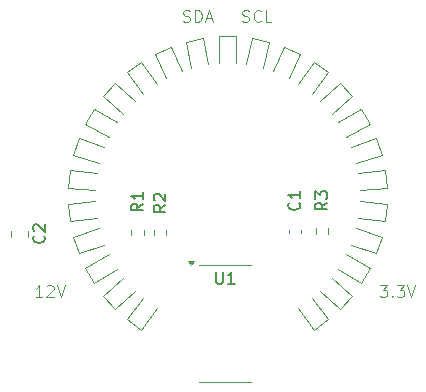
<source format=gbr>
%TF.GenerationSoftware,KiCad,Pcbnew,8.0.7*%
%TF.CreationDate,2025-01-17T16:07:08+00:00*%
%TF.ProjectId,Spectralist_LEDs,53706563-7472-4616-9c69-73745f4c4544,rev?*%
%TF.SameCoordinates,Original*%
%TF.FileFunction,Legend,Top*%
%TF.FilePolarity,Positive*%
%FSLAX46Y46*%
G04 Gerber Fmt 4.6, Leading zero omitted, Abs format (unit mm)*
G04 Created by KiCad (PCBNEW 8.0.7) date 2025-01-17 16:07:08*
%MOMM*%
%LPD*%
G01*
G04 APERTURE LIST*
%ADD10C,0.100000*%
%ADD11C,0.150000*%
%ADD12C,0.120000*%
G04 APERTURE END LIST*
D10*
X126256265Y-87224800D02*
X126399122Y-87272419D01*
X126399122Y-87272419D02*
X126637217Y-87272419D01*
X126637217Y-87272419D02*
X126732455Y-87224800D01*
X126732455Y-87224800D02*
X126780074Y-87177180D01*
X126780074Y-87177180D02*
X126827693Y-87081942D01*
X126827693Y-87081942D02*
X126827693Y-86986704D01*
X126827693Y-86986704D02*
X126780074Y-86891466D01*
X126780074Y-86891466D02*
X126732455Y-86843847D01*
X126732455Y-86843847D02*
X126637217Y-86796228D01*
X126637217Y-86796228D02*
X126446741Y-86748609D01*
X126446741Y-86748609D02*
X126351503Y-86700990D01*
X126351503Y-86700990D02*
X126303884Y-86653371D01*
X126303884Y-86653371D02*
X126256265Y-86558133D01*
X126256265Y-86558133D02*
X126256265Y-86462895D01*
X126256265Y-86462895D02*
X126303884Y-86367657D01*
X126303884Y-86367657D02*
X126351503Y-86320038D01*
X126351503Y-86320038D02*
X126446741Y-86272419D01*
X126446741Y-86272419D02*
X126684836Y-86272419D01*
X126684836Y-86272419D02*
X126827693Y-86320038D01*
X127256265Y-87272419D02*
X127256265Y-86272419D01*
X127256265Y-86272419D02*
X127494360Y-86272419D01*
X127494360Y-86272419D02*
X127637217Y-86320038D01*
X127637217Y-86320038D02*
X127732455Y-86415276D01*
X127732455Y-86415276D02*
X127780074Y-86510514D01*
X127780074Y-86510514D02*
X127827693Y-86700990D01*
X127827693Y-86700990D02*
X127827693Y-86843847D01*
X127827693Y-86843847D02*
X127780074Y-87034323D01*
X127780074Y-87034323D02*
X127732455Y-87129561D01*
X127732455Y-87129561D02*
X127637217Y-87224800D01*
X127637217Y-87224800D02*
X127494360Y-87272419D01*
X127494360Y-87272419D02*
X127256265Y-87272419D01*
X128208646Y-86986704D02*
X128684836Y-86986704D01*
X128113408Y-87272419D02*
X128446741Y-86272419D01*
X128446741Y-86272419D02*
X128780074Y-87272419D01*
X142908646Y-109572419D02*
X143527693Y-109572419D01*
X143527693Y-109572419D02*
X143194360Y-109953371D01*
X143194360Y-109953371D02*
X143337217Y-109953371D01*
X143337217Y-109953371D02*
X143432455Y-110000990D01*
X143432455Y-110000990D02*
X143480074Y-110048609D01*
X143480074Y-110048609D02*
X143527693Y-110143847D01*
X143527693Y-110143847D02*
X143527693Y-110381942D01*
X143527693Y-110381942D02*
X143480074Y-110477180D01*
X143480074Y-110477180D02*
X143432455Y-110524800D01*
X143432455Y-110524800D02*
X143337217Y-110572419D01*
X143337217Y-110572419D02*
X143051503Y-110572419D01*
X143051503Y-110572419D02*
X142956265Y-110524800D01*
X142956265Y-110524800D02*
X142908646Y-110477180D01*
X143956265Y-110477180D02*
X144003884Y-110524800D01*
X144003884Y-110524800D02*
X143956265Y-110572419D01*
X143956265Y-110572419D02*
X143908646Y-110524800D01*
X143908646Y-110524800D02*
X143956265Y-110477180D01*
X143956265Y-110477180D02*
X143956265Y-110572419D01*
X144337217Y-109572419D02*
X144956264Y-109572419D01*
X144956264Y-109572419D02*
X144622931Y-109953371D01*
X144622931Y-109953371D02*
X144765788Y-109953371D01*
X144765788Y-109953371D02*
X144861026Y-110000990D01*
X144861026Y-110000990D02*
X144908645Y-110048609D01*
X144908645Y-110048609D02*
X144956264Y-110143847D01*
X144956264Y-110143847D02*
X144956264Y-110381942D01*
X144956264Y-110381942D02*
X144908645Y-110477180D01*
X144908645Y-110477180D02*
X144861026Y-110524800D01*
X144861026Y-110524800D02*
X144765788Y-110572419D01*
X144765788Y-110572419D02*
X144480074Y-110572419D01*
X144480074Y-110572419D02*
X144384836Y-110524800D01*
X144384836Y-110524800D02*
X144337217Y-110477180D01*
X145241979Y-109572419D02*
X145575312Y-110572419D01*
X145575312Y-110572419D02*
X145908645Y-109572419D01*
X114327693Y-110572419D02*
X113756265Y-110572419D01*
X114041979Y-110572419D02*
X114041979Y-109572419D01*
X114041979Y-109572419D02*
X113946741Y-109715276D01*
X113946741Y-109715276D02*
X113851503Y-109810514D01*
X113851503Y-109810514D02*
X113756265Y-109858133D01*
X114708646Y-109667657D02*
X114756265Y-109620038D01*
X114756265Y-109620038D02*
X114851503Y-109572419D01*
X114851503Y-109572419D02*
X115089598Y-109572419D01*
X115089598Y-109572419D02*
X115184836Y-109620038D01*
X115184836Y-109620038D02*
X115232455Y-109667657D01*
X115232455Y-109667657D02*
X115280074Y-109762895D01*
X115280074Y-109762895D02*
X115280074Y-109858133D01*
X115280074Y-109858133D02*
X115232455Y-110000990D01*
X115232455Y-110000990D02*
X114661027Y-110572419D01*
X114661027Y-110572419D02*
X115280074Y-110572419D01*
X115565789Y-109572419D02*
X115899122Y-110572419D01*
X115899122Y-110572419D02*
X116232455Y-109572419D01*
X131256265Y-87224800D02*
X131399122Y-87272419D01*
X131399122Y-87272419D02*
X131637217Y-87272419D01*
X131637217Y-87272419D02*
X131732455Y-87224800D01*
X131732455Y-87224800D02*
X131780074Y-87177180D01*
X131780074Y-87177180D02*
X131827693Y-87081942D01*
X131827693Y-87081942D02*
X131827693Y-86986704D01*
X131827693Y-86986704D02*
X131780074Y-86891466D01*
X131780074Y-86891466D02*
X131732455Y-86843847D01*
X131732455Y-86843847D02*
X131637217Y-86796228D01*
X131637217Y-86796228D02*
X131446741Y-86748609D01*
X131446741Y-86748609D02*
X131351503Y-86700990D01*
X131351503Y-86700990D02*
X131303884Y-86653371D01*
X131303884Y-86653371D02*
X131256265Y-86558133D01*
X131256265Y-86558133D02*
X131256265Y-86462895D01*
X131256265Y-86462895D02*
X131303884Y-86367657D01*
X131303884Y-86367657D02*
X131351503Y-86320038D01*
X131351503Y-86320038D02*
X131446741Y-86272419D01*
X131446741Y-86272419D02*
X131684836Y-86272419D01*
X131684836Y-86272419D02*
X131827693Y-86320038D01*
X132827693Y-87177180D02*
X132780074Y-87224800D01*
X132780074Y-87224800D02*
X132637217Y-87272419D01*
X132637217Y-87272419D02*
X132541979Y-87272419D01*
X132541979Y-87272419D02*
X132399122Y-87224800D01*
X132399122Y-87224800D02*
X132303884Y-87129561D01*
X132303884Y-87129561D02*
X132256265Y-87034323D01*
X132256265Y-87034323D02*
X132208646Y-86843847D01*
X132208646Y-86843847D02*
X132208646Y-86700990D01*
X132208646Y-86700990D02*
X132256265Y-86510514D01*
X132256265Y-86510514D02*
X132303884Y-86415276D01*
X132303884Y-86415276D02*
X132399122Y-86320038D01*
X132399122Y-86320038D02*
X132541979Y-86272419D01*
X132541979Y-86272419D02*
X132637217Y-86272419D01*
X132637217Y-86272419D02*
X132780074Y-86320038D01*
X132780074Y-86320038D02*
X132827693Y-86367657D01*
X133732455Y-87272419D02*
X133256265Y-87272419D01*
X133256265Y-87272419D02*
X133256265Y-86272419D01*
D11*
X114439580Y-105366666D02*
X114487200Y-105414285D01*
X114487200Y-105414285D02*
X114534819Y-105557142D01*
X114534819Y-105557142D02*
X114534819Y-105652380D01*
X114534819Y-105652380D02*
X114487200Y-105795237D01*
X114487200Y-105795237D02*
X114391961Y-105890475D01*
X114391961Y-105890475D02*
X114296723Y-105938094D01*
X114296723Y-105938094D02*
X114106247Y-105985713D01*
X114106247Y-105985713D02*
X113963390Y-105985713D01*
X113963390Y-105985713D02*
X113772914Y-105938094D01*
X113772914Y-105938094D02*
X113677676Y-105890475D01*
X113677676Y-105890475D02*
X113582438Y-105795237D01*
X113582438Y-105795237D02*
X113534819Y-105652380D01*
X113534819Y-105652380D02*
X113534819Y-105557142D01*
X113534819Y-105557142D02*
X113582438Y-105414285D01*
X113582438Y-105414285D02*
X113630057Y-105366666D01*
X113630057Y-104985713D02*
X113582438Y-104938094D01*
X113582438Y-104938094D02*
X113534819Y-104842856D01*
X113534819Y-104842856D02*
X113534819Y-104604761D01*
X113534819Y-104604761D02*
X113582438Y-104509523D01*
X113582438Y-104509523D02*
X113630057Y-104461904D01*
X113630057Y-104461904D02*
X113725295Y-104414285D01*
X113725295Y-104414285D02*
X113820533Y-104414285D01*
X113820533Y-104414285D02*
X113963390Y-104461904D01*
X113963390Y-104461904D02*
X114534819Y-105033332D01*
X114534819Y-105033332D02*
X114534819Y-104414285D01*
X122854819Y-102666666D02*
X122378628Y-102999999D01*
X122854819Y-103238094D02*
X121854819Y-103238094D01*
X121854819Y-103238094D02*
X121854819Y-102857142D01*
X121854819Y-102857142D02*
X121902438Y-102761904D01*
X121902438Y-102761904D02*
X121950057Y-102714285D01*
X121950057Y-102714285D02*
X122045295Y-102666666D01*
X122045295Y-102666666D02*
X122188152Y-102666666D01*
X122188152Y-102666666D02*
X122283390Y-102714285D01*
X122283390Y-102714285D02*
X122331009Y-102761904D01*
X122331009Y-102761904D02*
X122378628Y-102857142D01*
X122378628Y-102857142D02*
X122378628Y-103238094D01*
X122854819Y-101714285D02*
X122854819Y-102285713D01*
X122854819Y-101999999D02*
X121854819Y-101999999D01*
X121854819Y-101999999D02*
X121997676Y-102095237D01*
X121997676Y-102095237D02*
X122092914Y-102190475D01*
X122092914Y-102190475D02*
X122140533Y-102285713D01*
X129038095Y-108454819D02*
X129038095Y-109264342D01*
X129038095Y-109264342D02*
X129085714Y-109359580D01*
X129085714Y-109359580D02*
X129133333Y-109407200D01*
X129133333Y-109407200D02*
X129228571Y-109454819D01*
X129228571Y-109454819D02*
X129419047Y-109454819D01*
X129419047Y-109454819D02*
X129514285Y-109407200D01*
X129514285Y-109407200D02*
X129561904Y-109359580D01*
X129561904Y-109359580D02*
X129609523Y-109264342D01*
X129609523Y-109264342D02*
X129609523Y-108454819D01*
X130609523Y-109454819D02*
X130038095Y-109454819D01*
X130323809Y-109454819D02*
X130323809Y-108454819D01*
X130323809Y-108454819D02*
X130228571Y-108597676D01*
X130228571Y-108597676D02*
X130133333Y-108692914D01*
X130133333Y-108692914D02*
X130038095Y-108740533D01*
X138454819Y-102566666D02*
X137978628Y-102899999D01*
X138454819Y-103138094D02*
X137454819Y-103138094D01*
X137454819Y-103138094D02*
X137454819Y-102757142D01*
X137454819Y-102757142D02*
X137502438Y-102661904D01*
X137502438Y-102661904D02*
X137550057Y-102614285D01*
X137550057Y-102614285D02*
X137645295Y-102566666D01*
X137645295Y-102566666D02*
X137788152Y-102566666D01*
X137788152Y-102566666D02*
X137883390Y-102614285D01*
X137883390Y-102614285D02*
X137931009Y-102661904D01*
X137931009Y-102661904D02*
X137978628Y-102757142D01*
X137978628Y-102757142D02*
X137978628Y-103138094D01*
X137454819Y-102233332D02*
X137454819Y-101614285D01*
X137454819Y-101614285D02*
X137835771Y-101947618D01*
X137835771Y-101947618D02*
X137835771Y-101804761D01*
X137835771Y-101804761D02*
X137883390Y-101709523D01*
X137883390Y-101709523D02*
X137931009Y-101661904D01*
X137931009Y-101661904D02*
X138026247Y-101614285D01*
X138026247Y-101614285D02*
X138264342Y-101614285D01*
X138264342Y-101614285D02*
X138359580Y-101661904D01*
X138359580Y-101661904D02*
X138407200Y-101709523D01*
X138407200Y-101709523D02*
X138454819Y-101804761D01*
X138454819Y-101804761D02*
X138454819Y-102090475D01*
X138454819Y-102090475D02*
X138407200Y-102185713D01*
X138407200Y-102185713D02*
X138359580Y-102233332D01*
X136059580Y-102566666D02*
X136107200Y-102614285D01*
X136107200Y-102614285D02*
X136154819Y-102757142D01*
X136154819Y-102757142D02*
X136154819Y-102852380D01*
X136154819Y-102852380D02*
X136107200Y-102995237D01*
X136107200Y-102995237D02*
X136011961Y-103090475D01*
X136011961Y-103090475D02*
X135916723Y-103138094D01*
X135916723Y-103138094D02*
X135726247Y-103185713D01*
X135726247Y-103185713D02*
X135583390Y-103185713D01*
X135583390Y-103185713D02*
X135392914Y-103138094D01*
X135392914Y-103138094D02*
X135297676Y-103090475D01*
X135297676Y-103090475D02*
X135202438Y-102995237D01*
X135202438Y-102995237D02*
X135154819Y-102852380D01*
X135154819Y-102852380D02*
X135154819Y-102757142D01*
X135154819Y-102757142D02*
X135202438Y-102614285D01*
X135202438Y-102614285D02*
X135250057Y-102566666D01*
X136154819Y-101614285D02*
X136154819Y-102185713D01*
X136154819Y-101899999D02*
X135154819Y-101899999D01*
X135154819Y-101899999D02*
X135297676Y-101995237D01*
X135297676Y-101995237D02*
X135392914Y-102090475D01*
X135392914Y-102090475D02*
X135440533Y-102185713D01*
X124754819Y-102766666D02*
X124278628Y-103099999D01*
X124754819Y-103338094D02*
X123754819Y-103338094D01*
X123754819Y-103338094D02*
X123754819Y-102957142D01*
X123754819Y-102957142D02*
X123802438Y-102861904D01*
X123802438Y-102861904D02*
X123850057Y-102814285D01*
X123850057Y-102814285D02*
X123945295Y-102766666D01*
X123945295Y-102766666D02*
X124088152Y-102766666D01*
X124088152Y-102766666D02*
X124183390Y-102814285D01*
X124183390Y-102814285D02*
X124231009Y-102861904D01*
X124231009Y-102861904D02*
X124278628Y-102957142D01*
X124278628Y-102957142D02*
X124278628Y-103338094D01*
X123850057Y-102385713D02*
X123802438Y-102338094D01*
X123802438Y-102338094D02*
X123754819Y-102242856D01*
X123754819Y-102242856D02*
X123754819Y-102004761D01*
X123754819Y-102004761D02*
X123802438Y-101909523D01*
X123802438Y-101909523D02*
X123850057Y-101861904D01*
X123850057Y-101861904D02*
X123945295Y-101814285D01*
X123945295Y-101814285D02*
X124040533Y-101814285D01*
X124040533Y-101814285D02*
X124183390Y-101861904D01*
X124183390Y-101861904D02*
X124754819Y-102433332D01*
X124754819Y-102433332D02*
X124754819Y-101814285D01*
D12*
%TO.C,D23*%
X137831410Y-110027975D02*
X139529496Y-111556937D01*
X139529496Y-111556937D02*
X140513119Y-110464513D01*
X140513119Y-110464513D02*
X138815032Y-108935551D01*
%TO.C,C2*%
X111665000Y-104938748D02*
X111665000Y-105461252D01*
X113135000Y-104938748D02*
X113135000Y-105461252D01*
%TO.C,R1*%
X121877500Y-104862742D02*
X121877500Y-105337258D01*
X122922500Y-104862742D02*
X122922500Y-105337258D01*
%TO.C,U1*%
X129800000Y-107840000D02*
X127600000Y-107840000D01*
X129800000Y-107840000D02*
X132000000Y-107840000D01*
X129800000Y-117760000D02*
X127600000Y-117760000D01*
X129800000Y-117760000D02*
X132000000Y-117760000D01*
X126900000Y-107890000D02*
X126660000Y-107560000D01*
X127140000Y-107560000D01*
X126900000Y-107890000D01*
G36*
X126900000Y-107890000D02*
G01*
X126660000Y-107560000D01*
X127140000Y-107560000D01*
X126900000Y-107890000D01*
G37*
%TO.C,D14*%
X134813386Y-89369389D02*
X133883993Y-91456838D01*
X135226906Y-92054742D02*
X136156299Y-89967290D01*
X136156299Y-89967290D02*
X134813386Y-89369389D01*
%TO.C,D3*%
X116947874Y-105455565D02*
X117402129Y-106853619D01*
X117402129Y-106853619D02*
X119575294Y-106147516D01*
X119121038Y-104749462D02*
X116947874Y-105455565D01*
%TO.C,D7*%
X117954147Y-95881529D02*
X119933014Y-97024029D01*
X118689147Y-94608471D02*
X117954147Y-95881529D01*
X120668016Y-95750972D02*
X118689147Y-94608471D01*
%TO.C,D12*%
X129265000Y-88502500D02*
X129265000Y-90787500D01*
X130735000Y-88502500D02*
X129265000Y-88502500D01*
X130735000Y-90787500D02*
X130735000Y-88502500D01*
%TO.C,D17*%
X140066983Y-97024029D02*
X142045852Y-95881529D01*
X141310852Y-94608471D02*
X139331983Y-95750972D01*
X142045852Y-95881529D02*
X141310852Y-94608471D01*
%TO.C,D24*%
X135988568Y-111480513D02*
X137331657Y-113329116D01*
X137331657Y-113329116D02*
X138520912Y-112465071D01*
X138520912Y-112465071D02*
X137177821Y-110616467D01*
%TO.C,D13*%
X132084751Y-88644363D02*
X131609671Y-90879432D01*
X133047549Y-91185062D02*
X133522627Y-88949995D01*
X133522627Y-88949995D02*
X132084751Y-88644363D01*
%TO.C,D15*%
X137177823Y-93358532D02*
X138520911Y-91509929D01*
X137331656Y-90645884D02*
X135988568Y-92494487D01*
X138520911Y-91509929D02*
X137331656Y-90645884D01*
%TO.C,D11*%
X126477371Y-88949994D02*
X126952451Y-91185063D01*
X127915248Y-88644362D02*
X126477371Y-88949994D01*
X128390327Y-90879432D02*
X127915248Y-88644362D01*
%TO.C,R3*%
X137477500Y-104762742D02*
X137477500Y-105237258D01*
X138522500Y-104762742D02*
X138522500Y-105237258D01*
%TO.C,D9*%
X121479088Y-91509929D02*
X122822176Y-93358533D01*
X122668343Y-90645883D02*
X121479088Y-91509929D01*
X124011433Y-92494487D02*
X122668343Y-90645883D01*
%TO.C,D21*%
X140424705Y-106147515D02*
X142597869Y-106853621D01*
X142597869Y-106853621D02*
X143052125Y-105455567D01*
X143052125Y-105455567D02*
X140878961Y-104749463D01*
%TO.C,D18*%
X140878961Y-99225537D02*
X143052124Y-98519431D01*
X142597870Y-97121379D02*
X140424706Y-97827483D01*
X143052124Y-98519431D02*
X142597870Y-97121379D01*
%TO.C,D19*%
X141215472Y-101547754D02*
X143487955Y-101308907D01*
X143334298Y-99846960D02*
X141061816Y-100085807D01*
X143487955Y-101308907D02*
X143334298Y-99846960D01*
%TO.C,D16*%
X138815033Y-95039449D02*
X140513119Y-93510485D01*
X139529496Y-92418062D02*
X137831410Y-93947026D01*
X140513119Y-93510485D02*
X139529496Y-92418062D01*
%TO.C,D4*%
X116512042Y-102666092D02*
X116665701Y-104128039D01*
X116665701Y-104128039D02*
X118938183Y-103889191D01*
X118784526Y-102427245D02*
X116512042Y-102666092D01*
%TO.C,D22*%
X139331983Y-108224030D02*
X141310851Y-109366530D01*
X141310851Y-109366530D02*
X142045852Y-108093471D01*
X142045852Y-108093471D02*
X140066983Y-106950971D01*
%TO.C,D10*%
X123843700Y-89967290D02*
X124773093Y-92054742D01*
X125186613Y-89369388D02*
X123843700Y-89967290D01*
X126116005Y-91456839D02*
X125186613Y-89369388D01*
%TO.C,D20*%
X141061816Y-103889192D02*
X143334299Y-104128039D01*
X143334299Y-104128039D02*
X143487955Y-102666092D01*
X143487955Y-102666092D02*
X141215472Y-102427244D01*
%TO.C,D25*%
X121479087Y-112465070D02*
X122668341Y-113329116D01*
X122668341Y-113329116D02*
X124011432Y-111480513D01*
X122822178Y-110616468D02*
X121479087Y-112465070D01*
%TO.C,D1*%
X119486881Y-110464515D02*
X120470503Y-111556937D01*
X120470503Y-111556937D02*
X122168590Y-110027973D01*
X121184968Y-108935552D02*
X119486881Y-110464515D01*
%TO.C,D8*%
X119486881Y-93510484D02*
X121184967Y-95039448D01*
X120470503Y-92418062D02*
X119486881Y-93510484D01*
X122168589Y-93947025D02*
X120470503Y-92418062D01*
%TO.C,D6*%
X116947875Y-98519434D02*
X119121039Y-99225536D01*
X117402130Y-97121380D02*
X116947875Y-98519434D01*
X119575294Y-97827482D02*
X117402130Y-97121380D01*
%TO.C,D5*%
X116512043Y-101308907D02*
X118784526Y-101547755D01*
X116665701Y-99846960D02*
X116512043Y-101308907D01*
X118938184Y-100085807D02*
X116665701Y-99846960D01*
%TO.C,D2*%
X117954146Y-108093472D02*
X118689147Y-109366528D01*
X118689147Y-109366528D02*
X120668016Y-108224028D01*
X119933014Y-106950972D02*
X117954146Y-108093472D01*
%TO.C,C1*%
X135190000Y-104859420D02*
X135190000Y-105140580D01*
X136210000Y-104859420D02*
X136210000Y-105140580D01*
%TO.C,R2*%
X123777500Y-104862742D02*
X123777500Y-105337258D01*
X124822500Y-104862742D02*
X124822500Y-105337258D01*
%TD*%
M02*

</source>
